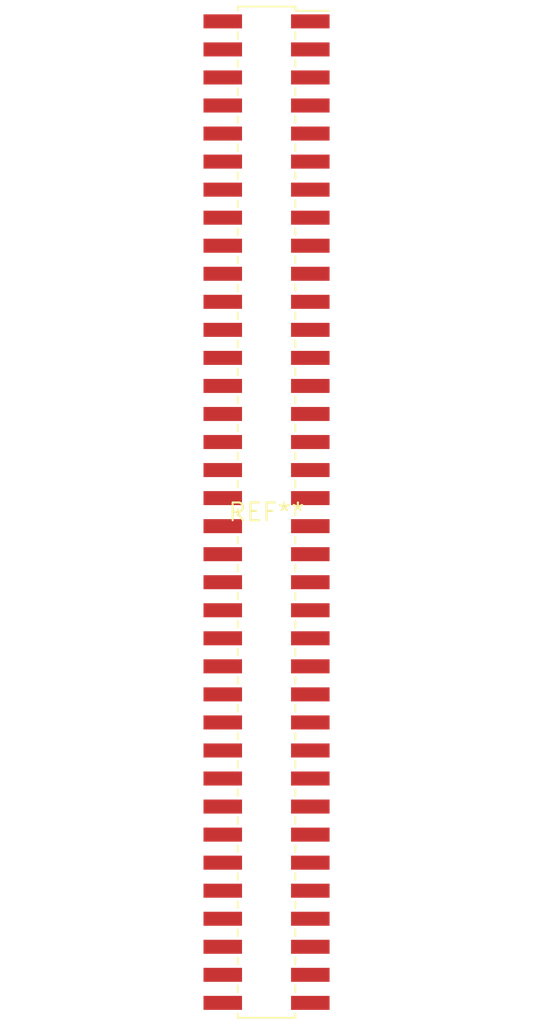
<source format=kicad_pcb>
(kicad_pcb (version 20240108) (generator pcbnew)
  (layers (0 "F.Cu" signal) (31 "B.Cu" signal) (34 "B.Paste" user) (35 "F.Paste" user) (36 "B.SilkS" user "B.Silkscreen") (37 "F.SilkS" user "F.Silkscreen") (38 "B.Mask" user) (39 "F.Mask" user) (44 "Edge.Cuts" user))
  (net 0 "")
  (footprint "PinSocket_2x36_P2.00mm_Vertical_SMD" (layer "F.Cu") (at 0 0)
    (property "Reference" "REF**")
    (property "Value" "PinSocket_2x36_P2.00mm_Vertical_SMD")
    (fp_line (start -2.06 -36.06) (end -2.06 -35.76) (layer "F.SilkS") (stroke (width 0.12)))
    (fp_line (start -2.06 -36.06) (end 2.06 -36.06) (layer "F.SilkS") (stroke (width 0.12)))
    (fp_line (start -2.06 -34.24) (end -2.06 -33.76) (layer "F.SilkS") (stroke (width 0.12)))
    (fp_line (start -2.06 -32.24) (end -2.06 -31.76) (layer "F.SilkS") (stroke (width 0.12)))
    (fp_line (start -2.06 -30.24) (end -2.06 -29.76) (layer "F.SilkS") (stroke (width 0.12)))
    (fp_line (start -2.06 -28.24) (end -2.06 -27.76) (layer "F.SilkS") (stroke (width 0.12)))
    (fp_line (start -2.06 -26.24) (end -2.06 -25.76) (layer "F.SilkS") (stroke (width 0.12)))
    (fp_line (start -2.06 -24.24) (end -2.06 -23.76) (layer "F.SilkS") (stroke (width 0.12)))
    (fp_line (start -2.06 -22.24) (end -2.06 -21.76) (layer "F.SilkS") (stroke (width 0.12)))
    (fp_line (start -2.06 -20.24) (end -2.06 -19.76) (layer "F.SilkS") (stroke (width 0.12)))
    (fp_line (start -2.06 -18.24) (end -2.06 -17.76) (layer "F.SilkS") (stroke (width 0.12)))
    (fp_line (start -2.06 -16.24) (end -2.06 -15.76) (layer "F.SilkS") (stroke (width 0.12)))
    (fp_line (start -2.06 -14.24) (end -2.06 -13.76) (layer "F.SilkS") (stroke (width 0.12)))
    (fp_line (start -2.06 -12.24) (end -2.06 -11.76) (layer "F.SilkS") (stroke (width 0.12)))
    (fp_line (start -2.06 -10.24) (end -2.06 -9.76) (layer "F.SilkS") (stroke (width 0.12)))
    (fp_line (start -2.06 -8.24) (end -2.06 -7.76) (layer "F.SilkS") (stroke (width 0.12)))
    (fp_line (start -2.06 -6.24) (end -2.06 -5.76) (layer "F.SilkS") (stroke (width 0.12)))
    (fp_line (start -2.06 -4.24) (end -2.06 -3.76) (layer "F.SilkS") (stroke (width 0.12)))
    (fp_line (start -2.06 -2.24) (end -2.06 -1.76) (layer "F.SilkS") (stroke (width 0.12)))
    (fp_line (start -2.06 -0.24) (end -2.06 0.24) (layer "F.SilkS") (stroke (width 0.12)))
    (fp_line (start -2.06 1.76) (end -2.06 2.24) (layer "F.SilkS") (stroke (width 0.12)))
    (fp_line (start -2.06 3.76) (end -2.06 4.24) (layer "F.SilkS") (stroke (width 0.12)))
    (fp_line (start -2.06 5.76) (end -2.06 6.24) (layer "F.SilkS") (stroke (width 0.12)))
    (fp_line (start -2.06 7.76) (end -2.06 8.24) (layer "F.SilkS") (stroke (width 0.12)))
    (fp_line (start -2.06 9.76) (end -2.06 10.24) (layer "F.SilkS") (stroke (width 0.12)))
    (fp_line (start -2.06 11.76) (end -2.06 12.24) (layer "F.SilkS") (stroke (width 0.12)))
    (fp_line (start -2.06 13.76) (end -2.06 14.24) (layer "F.SilkS") (stroke (width 0.12)))
    (fp_line (start -2.06 15.76) (end -2.06 16.24) (layer "F.SilkS") (stroke (width 0.12)))
    (fp_line (start -2.06 17.76) (end -2.06 18.24) (layer "F.SilkS") (stroke (width 0.12)))
    (fp_line (start -2.06 19.76) (end -2.06 20.24) (layer "F.SilkS") (stroke (width 0.12)))
    (fp_line (start -2.06 21.76) (end -2.06 22.24) (layer "F.SilkS") (stroke (width 0.12)))
    (fp_line (start -2.06 23.76) (end -2.06 24.24) (layer "F.SilkS") (stroke (width 0.12)))
    (fp_line (start -2.06 25.76) (end -2.06 26.24) (layer "F.SilkS") (stroke (width 0.12)))
    (fp_line (start -2.06 27.76) (end -2.06 28.24) (layer "F.SilkS") (stroke (width 0.12)))
    (fp_line (start -2.06 29.76) (end -2.06 30.24) (layer "F.SilkS") (stroke (width 0.12)))
    (fp_line (start -2.06 31.76) (end -2.06 32.24) (layer "F.SilkS") (stroke (width 0.12)))
    (fp_line (start -2.06 33.76) (end -2.06 34.24) (layer "F.SilkS") (stroke (width 0.12)))
    (fp_line (start -2.06 35.76) (end -2.06 36.06) (layer "F.SilkS") (stroke (width 0.12)))
    (fp_line (start -2.06 36.06) (end 2.06 36.06) (layer "F.SilkS") (stroke (width 0.12)))
    (fp_line (start 2.06 -36.06) (end 2.06 -35.76) (layer "F.SilkS") (stroke (width 0.12)))
    (fp_line (start 2.06 -35.76) (end 4.44 -35.76) (layer "F.SilkS") (stroke (width 0.12)))
    (fp_line (start 2.06 -34.24) (end 2.06 -33.76) (layer "F.SilkS") (stroke (width 0.12)))
    (fp_line (start 2.06 -32.24) (end 2.06 -31.76) (layer "F.SilkS") (stroke (width 0.12)))
    (fp_line (start 2.06 -30.24) (end 2.06 -29.76) (layer "F.SilkS") (stroke (width 0.12)))
    (fp_line (start 2.06 -28.24) (end 2.06 -27.76) (layer "F.SilkS") (stroke (width 0.12)))
    (fp_line (start 2.06 -26.24) (end 2.06 -25.76) (layer "F.SilkS") (stroke (width 0.12)))
    (fp_line (start 2.06 -24.24) (end 2.06 -23.76) (layer "F.SilkS") (stroke (width 0.12)))
    (fp_line (start 2.06 -22.24) (end 2.06 -21.76) (layer "F.SilkS") (stroke (width 0.12)))
    (fp_line (start 2.06 -20.24) (end 2.06 -19.76) (layer "F.SilkS") (stroke (width 0.12)))
    (fp_line (start 2.06 -18.24) (end 2.06 -17.76) (layer "F.SilkS") (stroke (width 0.12)))
    (fp_line (start 2.06 -16.24) (end 2.06 -15.76) (layer "F.SilkS") (stroke (width 0.12)))
    (fp_line (start 2.06 -14.24) (end 2.06 -13.76) (layer "F.SilkS") (stroke (width 0.12)))
    (fp_line (start 2.06 -12.24) (end 2.06 -11.76) (layer "F.SilkS") (stroke (width 0.12)))
    (fp_line (start 2.06 -10.24) (end 2.06 -9.76) (layer "F.SilkS") (stroke (width 0.12)))
    (fp_line (start 2.06 -8.24) (end 2.06 -7.76) (layer "F.SilkS") (stroke (width 0.12)))
    (fp_line (start 2.06 -6.24) (end 2.06 -5.76) (layer "F.SilkS") (stroke (width 0.12)))
    (fp_line (start 2.06 -4.24) (end 2.06 -3.76) (layer "F.SilkS") (stroke (width 0.12)))
    (fp_line (start 2.06 -2.24) (end 2.06 -1.76) (layer "F.SilkS") (stroke (width 0.12)))
    (fp_line (start 2.06 -0.24) (end 2.06 0.24) (layer "F.SilkS") (stroke (width 0.12)))
    (fp_line (start 2.06 1.76) (end 2.06 2.24) (layer "F.SilkS") (stroke (width 0.12)))
    (fp_line (start 2.06 3.76) (end 2.06 4.24) (layer "F.SilkS") (stroke (width 0.12)))
    (fp_line (start 2.06 5.76) (end 2.06 6.24) (layer "F.SilkS") (stroke (width 0.12)))
    (fp_line (start 2.06 7.76) (end 2.06 8.24) (layer "F.SilkS") (stroke (width 0.12)))
    (fp_line (start 2.06 9.76) (end 2.06 10.24) (layer "F.SilkS") (stroke (width 0.12)))
    (fp_line (start 2.06 11.76) (end 2.06 12.24) (layer "F.SilkS") (stroke (width 0.12)))
    (fp_line (start 2.06 13.76) (end 2.06 14.24) (layer "F.SilkS") (stroke (width 0.12)))
    (fp_line (start 2.06 15.76) (end 2.06 16.24) (layer "F.SilkS") (stroke (width 0.12)))
    (fp_line (start 2.06 17.76) (end 2.06 18.24) (layer "F.SilkS") (stroke (width 0.12)))
    (fp_line (start 2.06 19.76) (end 2.06 20.24) (layer "F.SilkS") (stroke (width 0.12)))
    (fp_line (start 2.06 21.76) (end 2.06 22.24) (layer "F.SilkS") (stroke (width 0.12)))
    (fp_line (start 2.06 23.76) (end 2.06 24.24) (layer "F.SilkS") (stroke (width 0.12)))
    (fp_line (start 2.06 25.76) (end 2.06 26.24) (layer "F.SilkS") (stroke (width 0.12)))
    (fp_line (start 2.06 27.76) (end 2.06 28.24) (layer "F.SilkS") (stroke (width 0.12)))
    (fp_line (start 2.06 29.76) (end 2.06 30.24) (layer "F.SilkS") (stroke (width 0.12)))
    (fp_line (start 2.06 31.76) (end 2.06 32.24) (layer "F.SilkS") (stroke (width 0.12)))
    (fp_line (start 2.06 33.76) (end 2.06 34.24) (layer "F.SilkS") (stroke (width 0.12)))
    (fp_line (start 2.06 35.76) (end 2.06 36.06) (layer "F.SilkS") (stroke (width 0.12)))
    (pad "1" smd rect (at 3.125 -35) (size 2.75 1) (layers "F.Cu" "F.Paste" "F.Mask"))
    (pad "2" smd rect (at -3.125 -35) (size 2.75 1) (layers "F.Cu" "F.Paste" "F.Mask"))
    (pad "3" smd rect (at 3.125 -33) (size 2.75 1) (layers "F.Cu" "F.Paste" "F.Mask"))
    (pad "4" smd rect (at -3.125 -33) (size 2.75 1) (layers "F.Cu" "F.Paste" "F.Mask"))
    (pad "5" smd rect (at 3.125 -31) (size 2.75 1) (layers "F.Cu" "F.Paste" "F.Mask"))
    (pad "6" smd rect (at -3.125 -31) (size 2.75 1) (layers "F.Cu" "F.Paste" "F.Mask"))
    (pad "7" smd rect (at 3.125 -29) (size 2.75 1) (layers "F.Cu" "F.Paste" "F.Mask"))
    (pad "8" smd rect (at -3.125 -29) (size 2.75 1) (layers "F.Cu" "F.Paste" "F.Mask"))
    (pad "9" smd rect (at 3.125 -27) (size 2.75 1) (layers "F.Cu" "F.Paste" "F.Mask"))
    (pad "10" smd rect (at -3.125 -27) (size 2.75 1) (layers "F.Cu" "F.Paste" "F.Mask"))
    (pad "11" smd rect (at 3.125 -25) (size 2.75 1) (layers "F.Cu" "F.Paste" "F.Mask"))
    (pad "12" smd rect (at -3.125 -25) (size 2.75 1) (layers "F.Cu" "F.Paste" "F.Mask"))
    (pad "13" smd rect (at 3.125 -23) (size 2.75 1) (layers "F.Cu" "F.Paste" "F.Mask"))
    (pad "14" smd rect (at -3.125 -23) (size 2.75 1) (layers "F.Cu" "F.Paste" "F.Mask"))
    (pad "15" smd rect (at 3.125 -21) (size 2.75 1) (layers "F.Cu" "F.Paste" "F.Mask"))
    (pad "16" smd rect (at -3.125 -21) (size 2.75 1) (layers "F.Cu" "F.Paste" "F.Mask"))
    (pad "17" smd rect (at 3.125 -19) (size 2.75 1) (layers "F.Cu" "F.Paste" "F.Mask"))
    (pad "18" smd rect (at -3.125 -19) (size 2.75 1) (layers "F.Cu" "F.Paste" "F.Mask"))
    (pad "19" smd rect (at 3.125 -17) (size 2.75 1) (layers "F.Cu" "F.Paste" "F.Mask"))
    (pad "20" smd rect (at -3.125 -17) (size 2.75 1) (layers "F.Cu" "F.Paste" "F.Mask"))
    (pad "21" smd rect (at 3.125 -15) (size 2.75 1) (layers "F.Cu" "F.Paste" "F.Mask"))
    (pad "22" smd rect (at -3.125 -15) (size 2.75 1) (layers "F.Cu" "F.Paste" "F.Mask"))
    (pad "23" smd rect (at 3.125 -13) (size 2.75 1) (layers "F.Cu" "F.Paste" "F.Mask"))
    (pad "24" smd rect (at -3.125 -13) (size 2.75 1) (layers "F.Cu" "F.Paste" "F.Mask"))
    (pad "25" smd rect (at 3.125 -11) (size 2.75 1) (layers "F.Cu" "F.Paste" "F.Mask"))
    (pad "26" smd rect (at -3.125 -11) (size 2.75 1) (layers "F.Cu" "F.Paste" "F.Mask"))
    (pad "27" smd rect (at 3.125 -9) (size 2.75 1) (layers "F.Cu" "F.Paste" "F.Mask"))
    (pad "28" smd rect (at -3.125 -9) (size 2.75 1) (layers "F.Cu" "F.Paste" "F.Mask"))
    (pad "29" smd rect (at 3.125 -7) (size 2.75 1) (layers "F.Cu" "F.Paste" "F.Mask"))
    (pad "30" smd rect (at -3.125 -7) (size 2.75 1) (layers "F.Cu" "F.Paste" "F.Mask"))
    (pad "31" smd rect (at 3.125 -5) (size 2.75 1) (layers "F.Cu" "F.Paste" "F.Mask"))
    (pad "32" smd rect (at -3.125 -5) (size 2.75 1) (layers "F.Cu" "F.Paste" "F.Mask"))
    (pad "33" smd rect (at 3.125 -3) (size 2.75 1) (layers "F.Cu" "F.Paste" "F.Mask"))
    (pad "34" smd rect (at -3.125 -3) (size 2.75 1) (layers "F.Cu" "F.Paste" "F.Mask"))
    (pad "35" smd rect (at 3.125 -1) (size 2.75 1) (layers "F.Cu" "F.Paste" "F.Mask"))
    (pad "36" smd rect (at -3.125 -1) (size 2.75 1) (layers "F.Cu" "F.Paste" "F.Mask"))
    (pad "37" smd rect (at 3.125 1) (size 2.75 1) (layers "F.Cu" "F.Paste" "F.Mask"))
    (pad "38" smd rect (at -3.125 1) (size 2.75 1) (layers "F.Cu" "F.Paste" "F.Mask"))
    (pad "39" smd rect (at 3.125 3) (size 2.75 1) (layers "F.Cu" "F.Paste" "F.Mask"))
    (pad "40" smd rect (at -3.125 3) (size 2.75 1) (layers "F.Cu" "F.Paste" "F.Mask"))
    (pad "41" smd rect (at 3.125 5) (size 2.75 1) (layers "F.Cu" "F.Paste" "F.Mask"))
    (pad "42" smd rect (at -3.125 5) (size 2.75 1) (layers "F.Cu" "F.Paste" "F.Mask"))
    (pad "43" smd rect (at 3.125 7) (size 2.75 1) (layers "F.Cu" "F.Paste" "F.Mask"))
    (pad "44" smd rect (at -3.125 7) (size 2.75 1) (layers "F.Cu" "F.Paste" "F.Mask"))
    (pad "45" smd rect (at 3.125 9) (size 2.75 1) (layers "F.Cu" "F.Paste" "F.Mask"))
    (pad "46" smd rect (at -3.125 9) (size 2.75 1) (layers "F.Cu" "F.Paste" "F.Mask"))
    (pad "47" smd rect (at 3.125 11) (size 2.75 1) (layers "F.Cu" "F.Paste" "F.Mask"))
    (pad "48" smd rect (at -3.125 11) (size 2.75 1) (layers "F.Cu" "F.Paste" "F.Mask"))
    (pad "49" smd rect (at 3.125 13) (size 2.75 1) (layers "F.Cu" "F.Paste" "F.Mask"))
    (pad "50" smd rect (at -3.125 13) (size 2.75 1) (layers "F.Cu" "F.Paste" "F.Mask"))
    (pad "51" smd rect (at 3.125 15) (size 2.75 1) (layers "F.Cu" "F.Paste" "F.Mask"))
    (pad "52" smd rect (at -3.125 15) (size 2.75 1) (layers "F.Cu" "F.Paste" "F.Mask"))
    (pad "53" smd rect (at 3.125 17) (size 2.75 1) (layers "F.Cu" "F.Paste" "F.Mask"))
    (pad "54" smd rect (at -3.125 17) (size 2.75 1) (layers "F.Cu" "F.Paste" "F.Mask"))
    (pad "55" smd rect (at 3.125 19) (size 2.75 1) (layers "F.Cu" "F.Paste" "F.Mask"))
    (pad "56" smd rect (at -3.125 19) (size 2.75 1) (layers "F.Cu" "F.Paste" "F.Mask"))
    (pad "57" smd rect (at 3.125 21) (size 2.75 1) (layers "F.Cu" "F.Paste" "F.Mask"))
    (pad "58" smd rect (at -3.125 21) (size 2.75 1) (layers "F.Cu" "F.Paste" "F.Mask"))
    (pad "59" smd rect (at 3.125 23) (size 2.75 1) (layers "F.Cu" "F.Paste" "F.Mask"))
    (pad "60" smd rect (at -3.125 23) (size 2.75 1) (layers "F.Cu" "F.Paste" "F.Mask"))
    (pad "61" smd rect (at 3.125 25) (size 2.75 1) (layers "F.Cu" "F.Paste" "F.Mask"))
    (pad "62" smd rect (at -3.125 25) (size 2.75 1) (layers "F.Cu" "F.Paste" "F.Mask"))
    (pad "63" smd rect (at 3.125 27) (size 2.75 1) (layers "F.Cu" "F.Paste" "F.Mask"))
    (pad "64" smd rect (at -3.125 27) (size 2.75 1) (layers "F.Cu" "F.Paste" "F.Mask"))
    (pad "65" smd rect (at 3.125 29) (size 2.75 1) (layers "F.Cu" "F.Paste" "F.Mask"))
    (pad "66" smd rect (at -3.125 29) (size 2.75 1) (layers "F.Cu" "F.Paste" "F.Mask"))
    (pad "67" smd rect (at 3.125 31) (size 2.75 1) (layers "F.Cu" "F.Paste" "F.Mask"))
    (pad "68" smd rect (at -3.125 31) (size 2.75 1) (layers "F.Cu" "F.Paste" "F.Mask"))
    (pad "69" smd rect (at 3.125 33) (size 2.75 1) (layers "F.Cu" "F.Paste" "F.Mask"))
    (pad "70" smd rect (at -3.125 33) (size 2.75 1) (layers "F.Cu" "F.Paste" "F.Mask"))
    (pad "71" smd rect (at 3.125 35) (size 2.75 1) (layers "F.Cu" "F.Paste" "F.Mask"))
    (pad "72" smd rect (at -3.125 35) (size 2.75 1) (layers "F.Cu" "F.Paste" "F.Mask"))
  )
)
</source>
